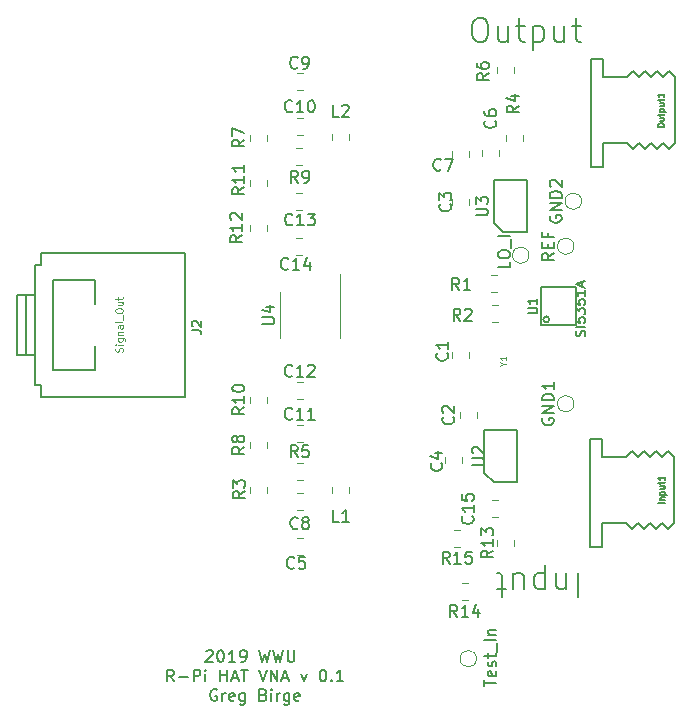
<source format=gbr>
G04 #@! TF.GenerationSoftware,KiCad,Pcbnew,5.1.2-f72e74a~84~ubuntu18.04.1*
G04 #@! TF.CreationDate,2019-05-17T13:13:24-07:00*
G04 #@! TF.ProjectId,RPZ_SC_VNA,52505a5f-5343-45f5-964e-412e6b696361,rev?*
G04 #@! TF.SameCoordinates,Original*
G04 #@! TF.FileFunction,Legend,Top*
G04 #@! TF.FilePolarity,Positive*
%FSLAX46Y46*%
G04 Gerber Fmt 4.6, Leading zero omitted, Abs format (unit mm)*
G04 Created by KiCad (PCBNEW 5.1.2-f72e74a~84~ubuntu18.04.1) date 2019-05-17 13:13:24*
%MOMM*%
%LPD*%
G04 APERTURE LIST*
%ADD10C,0.150000*%
%ADD11C,0.120000*%
%ADD12C,0.100000*%
%ADD13C,0.125000*%
%ADD14C,0.131000*%
G04 APERTURE END LIST*
D10*
X115592742Y-104145819D02*
X115640361Y-104098200D01*
X115735600Y-104050580D01*
X115973695Y-104050580D01*
X116068933Y-104098200D01*
X116116552Y-104145819D01*
X116164171Y-104241057D01*
X116164171Y-104336295D01*
X116116552Y-104479152D01*
X115545123Y-105050580D01*
X116164171Y-105050580D01*
X116783219Y-104050580D02*
X116878457Y-104050580D01*
X116973695Y-104098200D01*
X117021314Y-104145819D01*
X117068933Y-104241057D01*
X117116552Y-104431533D01*
X117116552Y-104669628D01*
X117068933Y-104860104D01*
X117021314Y-104955342D01*
X116973695Y-105002961D01*
X116878457Y-105050580D01*
X116783219Y-105050580D01*
X116687980Y-105002961D01*
X116640361Y-104955342D01*
X116592742Y-104860104D01*
X116545123Y-104669628D01*
X116545123Y-104431533D01*
X116592742Y-104241057D01*
X116640361Y-104145819D01*
X116687980Y-104098200D01*
X116783219Y-104050580D01*
X118068933Y-105050580D02*
X117497504Y-105050580D01*
X117783219Y-105050580D02*
X117783219Y-104050580D01*
X117687980Y-104193438D01*
X117592742Y-104288676D01*
X117497504Y-104336295D01*
X118545123Y-105050580D02*
X118735600Y-105050580D01*
X118830838Y-105002961D01*
X118878457Y-104955342D01*
X118973695Y-104812485D01*
X119021314Y-104622009D01*
X119021314Y-104241057D01*
X118973695Y-104145819D01*
X118926076Y-104098200D01*
X118830838Y-104050580D01*
X118640361Y-104050580D01*
X118545123Y-104098200D01*
X118497504Y-104145819D01*
X118449885Y-104241057D01*
X118449885Y-104479152D01*
X118497504Y-104574390D01*
X118545123Y-104622009D01*
X118640361Y-104669628D01*
X118830838Y-104669628D01*
X118926076Y-104622009D01*
X118973695Y-104574390D01*
X119021314Y-104479152D01*
X120116552Y-104050580D02*
X120354647Y-105050580D01*
X120545123Y-104336295D01*
X120735600Y-105050580D01*
X120973695Y-104050580D01*
X121259409Y-104050580D02*
X121497504Y-105050580D01*
X121687980Y-104336295D01*
X121878457Y-105050580D01*
X122116552Y-104050580D01*
X122497504Y-104050580D02*
X122497504Y-104860104D01*
X122545123Y-104955342D01*
X122592742Y-105002961D01*
X122687980Y-105050580D01*
X122878457Y-105050580D01*
X122973695Y-105002961D01*
X123021314Y-104955342D01*
X123068933Y-104860104D01*
X123068933Y-104050580D01*
X112878457Y-106700580D02*
X112545123Y-106224390D01*
X112307028Y-106700580D02*
X112307028Y-105700580D01*
X112687980Y-105700580D01*
X112783219Y-105748200D01*
X112830838Y-105795819D01*
X112878457Y-105891057D01*
X112878457Y-106033914D01*
X112830838Y-106129152D01*
X112783219Y-106176771D01*
X112687980Y-106224390D01*
X112307028Y-106224390D01*
X113307028Y-106319628D02*
X114068933Y-106319628D01*
X114545123Y-106700580D02*
X114545123Y-105700580D01*
X114926076Y-105700580D01*
X115021314Y-105748200D01*
X115068933Y-105795819D01*
X115116552Y-105891057D01*
X115116552Y-106033914D01*
X115068933Y-106129152D01*
X115021314Y-106176771D01*
X114926076Y-106224390D01*
X114545123Y-106224390D01*
X115545123Y-106700580D02*
X115545123Y-106033914D01*
X115545123Y-105700580D02*
X115497504Y-105748200D01*
X115545123Y-105795819D01*
X115592742Y-105748200D01*
X115545123Y-105700580D01*
X115545123Y-105795819D01*
X116783219Y-106700580D02*
X116783219Y-105700580D01*
X116783219Y-106176771D02*
X117354647Y-106176771D01*
X117354647Y-106700580D02*
X117354647Y-105700580D01*
X117783219Y-106414866D02*
X118259409Y-106414866D01*
X117687980Y-106700580D02*
X118021314Y-105700580D01*
X118354647Y-106700580D01*
X118545123Y-105700580D02*
X119116552Y-105700580D01*
X118830838Y-106700580D02*
X118830838Y-105700580D01*
X120068933Y-105700580D02*
X120402266Y-106700580D01*
X120735600Y-105700580D01*
X121068933Y-106700580D02*
X121068933Y-105700580D01*
X121640361Y-106700580D01*
X121640361Y-105700580D01*
X122068933Y-106414866D02*
X122545123Y-106414866D01*
X121973695Y-106700580D02*
X122307028Y-105700580D01*
X122640361Y-106700580D01*
X123640361Y-106033914D02*
X123878457Y-106700580D01*
X124116552Y-106033914D01*
X125449885Y-105700580D02*
X125545123Y-105700580D01*
X125640361Y-105748200D01*
X125687980Y-105795819D01*
X125735599Y-105891057D01*
X125783219Y-106081533D01*
X125783219Y-106319628D01*
X125735599Y-106510104D01*
X125687980Y-106605342D01*
X125640361Y-106652961D01*
X125545123Y-106700580D01*
X125449885Y-106700580D01*
X125354647Y-106652961D01*
X125307028Y-106605342D01*
X125259409Y-106510104D01*
X125211790Y-106319628D01*
X125211790Y-106081533D01*
X125259409Y-105891057D01*
X125307028Y-105795819D01*
X125354647Y-105748200D01*
X125449885Y-105700580D01*
X126211790Y-106605342D02*
X126259409Y-106652961D01*
X126211790Y-106700580D01*
X126164171Y-106652961D01*
X126211790Y-106605342D01*
X126211790Y-106700580D01*
X127211790Y-106700580D02*
X126640361Y-106700580D01*
X126926076Y-106700580D02*
X126926076Y-105700580D01*
X126830838Y-105843438D01*
X126735599Y-105938676D01*
X126640361Y-105986295D01*
X116497504Y-107398200D02*
X116402266Y-107350580D01*
X116259409Y-107350580D01*
X116116552Y-107398200D01*
X116021314Y-107493438D01*
X115973695Y-107588676D01*
X115926076Y-107779152D01*
X115926076Y-107922009D01*
X115973695Y-108112485D01*
X116021314Y-108207723D01*
X116116552Y-108302961D01*
X116259409Y-108350580D01*
X116354647Y-108350580D01*
X116497504Y-108302961D01*
X116545123Y-108255342D01*
X116545123Y-107922009D01*
X116354647Y-107922009D01*
X116973695Y-108350580D02*
X116973695Y-107683914D01*
X116973695Y-107874390D02*
X117021314Y-107779152D01*
X117068933Y-107731533D01*
X117164171Y-107683914D01*
X117259409Y-107683914D01*
X117973695Y-108302961D02*
X117878457Y-108350580D01*
X117687980Y-108350580D01*
X117592742Y-108302961D01*
X117545123Y-108207723D01*
X117545123Y-107826771D01*
X117592742Y-107731533D01*
X117687980Y-107683914D01*
X117878457Y-107683914D01*
X117973695Y-107731533D01*
X118021314Y-107826771D01*
X118021314Y-107922009D01*
X117545123Y-108017247D01*
X118878457Y-107683914D02*
X118878457Y-108493438D01*
X118830838Y-108588676D01*
X118783219Y-108636295D01*
X118687980Y-108683914D01*
X118545123Y-108683914D01*
X118449885Y-108636295D01*
X118878457Y-108302961D02*
X118783219Y-108350580D01*
X118592742Y-108350580D01*
X118497504Y-108302961D01*
X118449885Y-108255342D01*
X118402266Y-108160104D01*
X118402266Y-107874390D01*
X118449885Y-107779152D01*
X118497504Y-107731533D01*
X118592742Y-107683914D01*
X118783219Y-107683914D01*
X118878457Y-107731533D01*
X120449885Y-107826771D02*
X120592742Y-107874390D01*
X120640361Y-107922009D01*
X120687980Y-108017247D01*
X120687980Y-108160104D01*
X120640361Y-108255342D01*
X120592742Y-108302961D01*
X120497504Y-108350580D01*
X120116552Y-108350580D01*
X120116552Y-107350580D01*
X120449885Y-107350580D01*
X120545123Y-107398200D01*
X120592742Y-107445819D01*
X120640361Y-107541057D01*
X120640361Y-107636295D01*
X120592742Y-107731533D01*
X120545123Y-107779152D01*
X120449885Y-107826771D01*
X120116552Y-107826771D01*
X121116552Y-108350580D02*
X121116552Y-107683914D01*
X121116552Y-107350580D02*
X121068933Y-107398200D01*
X121116552Y-107445819D01*
X121164171Y-107398200D01*
X121116552Y-107350580D01*
X121116552Y-107445819D01*
X121592742Y-108350580D02*
X121592742Y-107683914D01*
X121592742Y-107874390D02*
X121640361Y-107779152D01*
X121687980Y-107731533D01*
X121783219Y-107683914D01*
X121878457Y-107683914D01*
X122640361Y-107683914D02*
X122640361Y-108493438D01*
X122592742Y-108588676D01*
X122545123Y-108636295D01*
X122449885Y-108683914D01*
X122307028Y-108683914D01*
X122211790Y-108636295D01*
X122640361Y-108302961D02*
X122545123Y-108350580D01*
X122354647Y-108350580D01*
X122259409Y-108302961D01*
X122211790Y-108255342D01*
X122164171Y-108160104D01*
X122164171Y-107874390D01*
X122211790Y-107779152D01*
X122259409Y-107731533D01*
X122354647Y-107683914D01*
X122545123Y-107683914D01*
X122640361Y-107731533D01*
X123497504Y-108302961D02*
X123402266Y-108350580D01*
X123211790Y-108350580D01*
X123116552Y-108302961D01*
X123068933Y-108207723D01*
X123068933Y-107826771D01*
X123116552Y-107731533D01*
X123211790Y-107683914D01*
X123402266Y-107683914D01*
X123497504Y-107731533D01*
X123545123Y-107826771D01*
X123545123Y-107922009D01*
X123068933Y-108017247D01*
X138598780Y-50542961D02*
X138979733Y-50542961D01*
X139170209Y-50638200D01*
X139360685Y-50828676D01*
X139455923Y-51209628D01*
X139455923Y-51876295D01*
X139360685Y-52257247D01*
X139170209Y-52447723D01*
X138979733Y-52542961D01*
X138598780Y-52542961D01*
X138408304Y-52447723D01*
X138217828Y-52257247D01*
X138122590Y-51876295D01*
X138122590Y-51209628D01*
X138217828Y-50828676D01*
X138408304Y-50638200D01*
X138598780Y-50542961D01*
X141170209Y-51209628D02*
X141170209Y-52542961D01*
X140313066Y-51209628D02*
X140313066Y-52257247D01*
X140408304Y-52447723D01*
X140598780Y-52542961D01*
X140884495Y-52542961D01*
X141074971Y-52447723D01*
X141170209Y-52352485D01*
X141836876Y-51209628D02*
X142598780Y-51209628D01*
X142122590Y-50542961D02*
X142122590Y-52257247D01*
X142217828Y-52447723D01*
X142408304Y-52542961D01*
X142598780Y-52542961D01*
X143265447Y-51209628D02*
X143265447Y-53209628D01*
X143265447Y-51304866D02*
X143455923Y-51209628D01*
X143836876Y-51209628D01*
X144027352Y-51304866D01*
X144122590Y-51400104D01*
X144217828Y-51590580D01*
X144217828Y-52162009D01*
X144122590Y-52352485D01*
X144027352Y-52447723D01*
X143836876Y-52542961D01*
X143455923Y-52542961D01*
X143265447Y-52447723D01*
X145932114Y-51209628D02*
X145932114Y-52542961D01*
X145074971Y-51209628D02*
X145074971Y-52257247D01*
X145170209Y-52447723D01*
X145360685Y-52542961D01*
X145646400Y-52542961D01*
X145836876Y-52447723D01*
X145932114Y-52352485D01*
X146598780Y-51209628D02*
X147360685Y-51209628D01*
X146884495Y-50542961D02*
X146884495Y-52257247D01*
X146979733Y-52447723D01*
X147170209Y-52542961D01*
X147360685Y-52542961D01*
X147049714Y-97520238D02*
X147049714Y-99520238D01*
X146097333Y-98853571D02*
X146097333Y-97520238D01*
X146097333Y-98663095D02*
X146002095Y-98758333D01*
X145811619Y-98853571D01*
X145525904Y-98853571D01*
X145335428Y-98758333D01*
X145240190Y-98567857D01*
X145240190Y-97520238D01*
X144287809Y-98853571D02*
X144287809Y-96853571D01*
X144287809Y-98758333D02*
X144097333Y-98853571D01*
X143716380Y-98853571D01*
X143525904Y-98758333D01*
X143430666Y-98663095D01*
X143335428Y-98472619D01*
X143335428Y-97901190D01*
X143430666Y-97710714D01*
X143525904Y-97615476D01*
X143716380Y-97520238D01*
X144097333Y-97520238D01*
X144287809Y-97615476D01*
X141621142Y-98853571D02*
X141621142Y-97520238D01*
X142478285Y-98853571D02*
X142478285Y-97805952D01*
X142383047Y-97615476D01*
X142192571Y-97520238D01*
X141906857Y-97520238D01*
X141716380Y-97615476D01*
X141621142Y-97710714D01*
X140954476Y-98853571D02*
X140192571Y-98853571D01*
X140668761Y-99520238D02*
X140668761Y-97805952D01*
X140573523Y-97615476D01*
X140383047Y-97520238D01*
X140192571Y-97520238D01*
X140766240Y-68679420D02*
X139966240Y-67879420D01*
X139966240Y-67879420D02*
X139966240Y-64279420D01*
X139966240Y-64279420D02*
X142766240Y-64279420D01*
X142766240Y-64279420D02*
X142766240Y-68679420D01*
X142766240Y-68679420D02*
X140766240Y-68679420D01*
D11*
X147385000Y-66040000D02*
G75*
G03X147385000Y-66040000I-700000J0D01*
G01*
X146750000Y-83185000D02*
G75*
G03X146750000Y-83185000I-700000J0D01*
G01*
X142940000Y-70612000D02*
G75*
G03X142940000Y-70612000I-700000J0D01*
G01*
X146750000Y-69850000D02*
G75*
G03X146750000Y-69850000I-700000J0D01*
G01*
X138495000Y-104775000D02*
G75*
G03X138495000Y-104775000I-700000J0D01*
G01*
D10*
X106222800Y-78282800D02*
X106222800Y-80314800D01*
X106222800Y-80314800D02*
X102666800Y-80314800D01*
X102666800Y-80314800D02*
X102666800Y-72694800D01*
X102666800Y-72694800D02*
X106222800Y-72694800D01*
X106222800Y-72694800D02*
X106222800Y-74726800D01*
X101650800Y-81584800D02*
X101650800Y-82600800D01*
X101650800Y-70408800D02*
X101650800Y-71424800D01*
X99618800Y-79044800D02*
X101142800Y-79044800D01*
X101142800Y-73964800D02*
X99618800Y-73964800D01*
X100380800Y-79044800D02*
X100380800Y-73964800D01*
X101650800Y-81584800D02*
X101396800Y-81584800D01*
X101396800Y-81584800D02*
X101142800Y-81584800D01*
X101142800Y-81584800D02*
X101142800Y-71424800D01*
X101142800Y-71424800D02*
X101650800Y-71424800D01*
X99618800Y-79044800D02*
X99618800Y-73964800D01*
X113842800Y-82600800D02*
X101650800Y-82600800D01*
X101650800Y-70408800D02*
X113842800Y-70408800D01*
X113842800Y-70408800D02*
X113842800Y-82600800D01*
D11*
X121823800Y-75692000D02*
X121823800Y-77642000D01*
X121823800Y-75692000D02*
X121823800Y-73742000D01*
X126943800Y-75692000D02*
X126943800Y-77642000D01*
X126943800Y-75692000D02*
X126943800Y-72242000D01*
D10*
X139958520Y-89819840D02*
X139158520Y-89019840D01*
X139158520Y-89019840D02*
X139158520Y-85419840D01*
X139158520Y-85419840D02*
X141958520Y-85419840D01*
X141958520Y-85419840D02*
X141958520Y-89819840D01*
X141958520Y-89819840D02*
X139958520Y-89819840D01*
X146915000Y-73330000D02*
X143915000Y-73330000D01*
X143915000Y-73330000D02*
X143915000Y-76530000D01*
X143915000Y-76530000D02*
X146915000Y-76530000D01*
X146915000Y-76530000D02*
X146915000Y-73330000D01*
X144653000Y-76046000D02*
G75*
G03X144653000Y-76046000I-254000J0D01*
G01*
D11*
X137116078Y-95325000D02*
X136598922Y-95325000D01*
X137116078Y-93905000D02*
X136598922Y-93905000D01*
X137233922Y-98350000D02*
X137751078Y-98350000D01*
X137233922Y-99770000D02*
X137751078Y-99770000D01*
X141680000Y-94688922D02*
X141680000Y-95206078D01*
X140260000Y-94688922D02*
X140260000Y-95206078D01*
X120725000Y-68018922D02*
X120725000Y-68536078D01*
X119305000Y-68018922D02*
X119305000Y-68536078D01*
X120725000Y-64208922D02*
X120725000Y-64726078D01*
X119305000Y-64208922D02*
X119305000Y-64726078D01*
X119305000Y-83111078D02*
X119305000Y-82593922D01*
X120725000Y-83111078D02*
X120725000Y-82593922D01*
X123233922Y-61520000D02*
X123751078Y-61520000D01*
X123233922Y-62940000D02*
X123751078Y-62940000D01*
X119305000Y-86921078D02*
X119305000Y-86403922D01*
X120725000Y-86921078D02*
X120725000Y-86403922D01*
X119305000Y-60916078D02*
X119305000Y-60398922D01*
X120725000Y-60916078D02*
X120725000Y-60398922D01*
X140260000Y-55201078D02*
X140260000Y-54683922D01*
X141680000Y-55201078D02*
X141680000Y-54683922D01*
X123263922Y-88190000D02*
X123781078Y-88190000D01*
X123263922Y-89610000D02*
X123781078Y-89610000D01*
X142391200Y-60398922D02*
X142391200Y-60916078D01*
X140971200Y-60398922D02*
X140971200Y-60916078D01*
X120725000Y-90213922D02*
X120725000Y-90731078D01*
X119305000Y-90213922D02*
X119305000Y-90731078D01*
X140291078Y-76275000D02*
X139773922Y-76275000D01*
X140291078Y-74855000D02*
X139773922Y-74855000D01*
X140261078Y-73735000D02*
X139743922Y-73735000D01*
X140261078Y-72315000D02*
X139743922Y-72315000D01*
D10*
X155294000Y-55515500D02*
X155294000Y-61103500D01*
X155294000Y-61103500D02*
X154786000Y-61611500D01*
X154786000Y-61611500D02*
X154278000Y-61103500D01*
X154278000Y-61103500D02*
X153770000Y-61611500D01*
X153770000Y-61611500D02*
X153262000Y-61103500D01*
X153262000Y-61103500D02*
X152754000Y-61611500D01*
X152754000Y-61611500D02*
X152246000Y-61103500D01*
X152246000Y-61103500D02*
X151738000Y-61611500D01*
X151738000Y-55007500D02*
X152246000Y-55515500D01*
X152246000Y-55515500D02*
X152754000Y-55007500D01*
X152754000Y-55007500D02*
X153262000Y-55515500D01*
X153262000Y-55515500D02*
X153770000Y-55007500D01*
X153770000Y-55007500D02*
X154278000Y-55515500D01*
X154278000Y-55515500D02*
X154786000Y-55007500D01*
X154786000Y-55007500D02*
X155294000Y-55515500D01*
X151738000Y-61611500D02*
X151230000Y-61103500D01*
X151230000Y-61103500D02*
X149198000Y-61103500D01*
X149198000Y-61103500D02*
X149198000Y-63135500D01*
X149198000Y-63135500D02*
X148182000Y-63135500D01*
X148182000Y-63135500D02*
X148182000Y-53991500D01*
X148182000Y-53991500D02*
X149198000Y-53991500D01*
X149198000Y-53991500D02*
X149198000Y-55515500D01*
X149198000Y-55515500D02*
X151230000Y-55515500D01*
X151230000Y-55515500D02*
X151738000Y-55007500D01*
X151130000Y-87683340D02*
X151638000Y-87175340D01*
X149098000Y-87683340D02*
X151130000Y-87683340D01*
X149098000Y-86159340D02*
X149098000Y-87683340D01*
X148082000Y-86159340D02*
X149098000Y-86159340D01*
X148082000Y-95303340D02*
X148082000Y-86159340D01*
X149098000Y-95303340D02*
X148082000Y-95303340D01*
X149098000Y-93271340D02*
X149098000Y-95303340D01*
X151130000Y-93271340D02*
X149098000Y-93271340D01*
X151638000Y-93779340D02*
X151130000Y-93271340D01*
X154686000Y-87175340D02*
X155194000Y-87683340D01*
X154178000Y-87683340D02*
X154686000Y-87175340D01*
X153670000Y-87175340D02*
X154178000Y-87683340D01*
X153162000Y-87683340D02*
X153670000Y-87175340D01*
X152654000Y-87175340D02*
X153162000Y-87683340D01*
X152146000Y-87683340D02*
X152654000Y-87175340D01*
X151638000Y-87175340D02*
X152146000Y-87683340D01*
X152146000Y-93271340D02*
X151638000Y-93779340D01*
X152654000Y-93779340D02*
X152146000Y-93271340D01*
X153162000Y-93271340D02*
X152654000Y-93779340D01*
X153670000Y-93779340D02*
X153162000Y-93271340D01*
X154178000Y-93271340D02*
X153670000Y-93779340D01*
X154686000Y-93779340D02*
X154178000Y-93271340D01*
X155194000Y-93271340D02*
X154686000Y-93779340D01*
X155194000Y-87683340D02*
X155194000Y-93271340D01*
D11*
X126290000Y-60886078D02*
X126290000Y-60368922D01*
X127710000Y-60886078D02*
X127710000Y-60368922D01*
X127710000Y-90243922D02*
X127710000Y-90761078D01*
X126290000Y-90243922D02*
X126290000Y-90761078D01*
X139773922Y-91365000D02*
X140291078Y-91365000D01*
X139773922Y-92785000D02*
X140291078Y-92785000D01*
X123233922Y-69140000D02*
X123751078Y-69140000D01*
X123233922Y-70560000D02*
X123751078Y-70560000D01*
X123233922Y-65330000D02*
X123751078Y-65330000D01*
X123233922Y-66750000D02*
X123751078Y-66750000D01*
X123263922Y-81382800D02*
X123781078Y-81382800D01*
X123263922Y-82802800D02*
X123781078Y-82802800D01*
X123263922Y-85015000D02*
X123781078Y-85015000D01*
X123263922Y-86435000D02*
X123781078Y-86435000D01*
X123263922Y-58980000D02*
X123781078Y-58980000D01*
X123263922Y-60400000D02*
X123781078Y-60400000D01*
X123263922Y-55170000D02*
X123781078Y-55170000D01*
X123263922Y-56590000D02*
X123781078Y-56590000D01*
X123263922Y-90730000D02*
X123781078Y-90730000D01*
X123263922Y-92150000D02*
X123781078Y-92150000D01*
X137870000Y-61795922D02*
X137870000Y-62313078D01*
X136450000Y-61795922D02*
X136450000Y-62313078D01*
X140410000Y-61668922D02*
X140410000Y-62186078D01*
X138990000Y-61668922D02*
X138990000Y-62186078D01*
X123263922Y-94540000D02*
X123781078Y-94540000D01*
X123263922Y-95960000D02*
X123781078Y-95960000D01*
X137235000Y-87703922D02*
X137235000Y-88221078D01*
X135815000Y-87703922D02*
X135815000Y-88221078D01*
X137870000Y-65859922D02*
X137870000Y-66377078D01*
X136450000Y-65859922D02*
X136450000Y-66377078D01*
X138505000Y-83893922D02*
X138505000Y-84411078D01*
X137085000Y-83893922D02*
X137085000Y-84411078D01*
X137870000Y-79331078D02*
X137870000Y-78813922D01*
X136450000Y-79331078D02*
X136450000Y-78813922D01*
D10*
X138469120Y-67241324D02*
X139278644Y-67241324D01*
X139373882Y-67193705D01*
X139421501Y-67146086D01*
X139469120Y-67050848D01*
X139469120Y-66860372D01*
X139421501Y-66765134D01*
X139373882Y-66717515D01*
X139278644Y-66669896D01*
X138469120Y-66669896D01*
X138469120Y-66288943D02*
X138469120Y-65669896D01*
X138850073Y-66003229D01*
X138850073Y-65860372D01*
X138897692Y-65765134D01*
X138945311Y-65717515D01*
X139040549Y-65669896D01*
X139278644Y-65669896D01*
X139373882Y-65717515D01*
X139421501Y-65765134D01*
X139469120Y-65860372D01*
X139469120Y-66146086D01*
X139421501Y-66241324D01*
X139373882Y-66288943D01*
X144737000Y-67278095D02*
X144689380Y-67373333D01*
X144689380Y-67516190D01*
X144737000Y-67659047D01*
X144832238Y-67754285D01*
X144927476Y-67801904D01*
X145117952Y-67849523D01*
X145260809Y-67849523D01*
X145451285Y-67801904D01*
X145546523Y-67754285D01*
X145641761Y-67659047D01*
X145689380Y-67516190D01*
X145689380Y-67420952D01*
X145641761Y-67278095D01*
X145594142Y-67230476D01*
X145260809Y-67230476D01*
X145260809Y-67420952D01*
X145689380Y-66801904D02*
X144689380Y-66801904D01*
X145689380Y-66230476D01*
X144689380Y-66230476D01*
X145689380Y-65754285D02*
X144689380Y-65754285D01*
X144689380Y-65516190D01*
X144737000Y-65373333D01*
X144832238Y-65278095D01*
X144927476Y-65230476D01*
X145117952Y-65182857D01*
X145260809Y-65182857D01*
X145451285Y-65230476D01*
X145546523Y-65278095D01*
X145641761Y-65373333D01*
X145689380Y-65516190D01*
X145689380Y-65754285D01*
X144784619Y-64801904D02*
X144737000Y-64754285D01*
X144689380Y-64659047D01*
X144689380Y-64420952D01*
X144737000Y-64325714D01*
X144784619Y-64278095D01*
X144879857Y-64230476D01*
X144975095Y-64230476D01*
X145117952Y-64278095D01*
X145689380Y-64849523D01*
X145689380Y-64230476D01*
X144102000Y-84423095D02*
X144054380Y-84518333D01*
X144054380Y-84661190D01*
X144102000Y-84804047D01*
X144197238Y-84899285D01*
X144292476Y-84946904D01*
X144482952Y-84994523D01*
X144625809Y-84994523D01*
X144816285Y-84946904D01*
X144911523Y-84899285D01*
X145006761Y-84804047D01*
X145054380Y-84661190D01*
X145054380Y-84565952D01*
X145006761Y-84423095D01*
X144959142Y-84375476D01*
X144625809Y-84375476D01*
X144625809Y-84565952D01*
X145054380Y-83946904D02*
X144054380Y-83946904D01*
X145054380Y-83375476D01*
X144054380Y-83375476D01*
X145054380Y-82899285D02*
X144054380Y-82899285D01*
X144054380Y-82661190D01*
X144102000Y-82518333D01*
X144197238Y-82423095D01*
X144292476Y-82375476D01*
X144482952Y-82327857D01*
X144625809Y-82327857D01*
X144816285Y-82375476D01*
X144911523Y-82423095D01*
X145006761Y-82518333D01*
X145054380Y-82661190D01*
X145054380Y-82899285D01*
X145054380Y-81375476D02*
X145054380Y-81946904D01*
X145054380Y-81661190D02*
X144054380Y-81661190D01*
X144197238Y-81756428D01*
X144292476Y-81851666D01*
X144340095Y-81946904D01*
X141330940Y-71163393D02*
X141330940Y-71639583D01*
X140330940Y-71639583D01*
X140330940Y-70639583D02*
X140330940Y-70449107D01*
X140378560Y-70353869D01*
X140473798Y-70258631D01*
X140664274Y-70211012D01*
X140997607Y-70211012D01*
X141188083Y-70258631D01*
X141283321Y-70353869D01*
X141330940Y-70449107D01*
X141330940Y-70639583D01*
X141283321Y-70734821D01*
X141188083Y-70830060D01*
X140997607Y-70877679D01*
X140664274Y-70877679D01*
X140473798Y-70830060D01*
X140378560Y-70734821D01*
X140330940Y-70639583D01*
X141426179Y-70020536D02*
X141426179Y-69258631D01*
X141330940Y-69020536D02*
X140330940Y-69020536D01*
X145054380Y-70421428D02*
X144578190Y-70754761D01*
X145054380Y-70992857D02*
X144054380Y-70992857D01*
X144054380Y-70611904D01*
X144102000Y-70516666D01*
X144149619Y-70469047D01*
X144244857Y-70421428D01*
X144387714Y-70421428D01*
X144482952Y-70469047D01*
X144530571Y-70516666D01*
X144578190Y-70611904D01*
X144578190Y-70992857D01*
X144530571Y-69992857D02*
X144530571Y-69659523D01*
X145054380Y-69516666D02*
X145054380Y-69992857D01*
X144054380Y-69992857D01*
X144054380Y-69516666D01*
X144530571Y-68754761D02*
X144530571Y-69088095D01*
X145054380Y-69088095D02*
X144054380Y-69088095D01*
X144054380Y-68611904D01*
X139152380Y-107124190D02*
X139152380Y-106552761D01*
X140152380Y-106838476D02*
X139152380Y-106838476D01*
X140104761Y-105838476D02*
X140152380Y-105933714D01*
X140152380Y-106124190D01*
X140104761Y-106219428D01*
X140009523Y-106267047D01*
X139628571Y-106267047D01*
X139533333Y-106219428D01*
X139485714Y-106124190D01*
X139485714Y-105933714D01*
X139533333Y-105838476D01*
X139628571Y-105790857D01*
X139723809Y-105790857D01*
X139819047Y-106267047D01*
X140104761Y-105409904D02*
X140152380Y-105314666D01*
X140152380Y-105124190D01*
X140104761Y-105028952D01*
X140009523Y-104981333D01*
X139961904Y-104981333D01*
X139866666Y-105028952D01*
X139819047Y-105124190D01*
X139819047Y-105267047D01*
X139771428Y-105362285D01*
X139676190Y-105409904D01*
X139628571Y-105409904D01*
X139533333Y-105362285D01*
X139485714Y-105267047D01*
X139485714Y-105124190D01*
X139533333Y-105028952D01*
X139485714Y-104695619D02*
X139485714Y-104314666D01*
X139152380Y-104552761D02*
X140009523Y-104552761D01*
X140104761Y-104505142D01*
X140152380Y-104409904D01*
X140152380Y-104314666D01*
X140247619Y-104219428D02*
X140247619Y-103457523D01*
X140152380Y-103219428D02*
X139152380Y-103219428D01*
X139485714Y-102743238D02*
X140152380Y-102743238D01*
X139580952Y-102743238D02*
X139533333Y-102695619D01*
X139485714Y-102600380D01*
X139485714Y-102457523D01*
X139533333Y-102362285D01*
X139628571Y-102314666D01*
X140152380Y-102314666D01*
X114369904Y-76974666D02*
X114941333Y-76974666D01*
X115055619Y-77012761D01*
X115131809Y-77088952D01*
X115169904Y-77203238D01*
X115169904Y-77279428D01*
X114446095Y-76631809D02*
X114408000Y-76593714D01*
X114369904Y-76517523D01*
X114369904Y-76327047D01*
X114408000Y-76250857D01*
X114446095Y-76212761D01*
X114522285Y-76174666D01*
X114598476Y-76174666D01*
X114712761Y-76212761D01*
X115169904Y-76669904D01*
X115169904Y-76174666D01*
D12*
X108497657Y-78776228D02*
X108526228Y-78690514D01*
X108526228Y-78547657D01*
X108497657Y-78490514D01*
X108469085Y-78461942D01*
X108411942Y-78433371D01*
X108354800Y-78433371D01*
X108297657Y-78461942D01*
X108269085Y-78490514D01*
X108240514Y-78547657D01*
X108211942Y-78661942D01*
X108183371Y-78719085D01*
X108154800Y-78747657D01*
X108097657Y-78776228D01*
X108040514Y-78776228D01*
X107983371Y-78747657D01*
X107954800Y-78719085D01*
X107926228Y-78661942D01*
X107926228Y-78519085D01*
X107954800Y-78433371D01*
X108526228Y-78176228D02*
X108126228Y-78176228D01*
X107926228Y-78176228D02*
X107954800Y-78204800D01*
X107983371Y-78176228D01*
X107954800Y-78147657D01*
X107926228Y-78176228D01*
X107983371Y-78176228D01*
X108126228Y-77633371D02*
X108611942Y-77633371D01*
X108669085Y-77661942D01*
X108697657Y-77690514D01*
X108726228Y-77747657D01*
X108726228Y-77833371D01*
X108697657Y-77890514D01*
X108497657Y-77633371D02*
X108526228Y-77690514D01*
X108526228Y-77804800D01*
X108497657Y-77861942D01*
X108469085Y-77890514D01*
X108411942Y-77919085D01*
X108240514Y-77919085D01*
X108183371Y-77890514D01*
X108154800Y-77861942D01*
X108126228Y-77804800D01*
X108126228Y-77690514D01*
X108154800Y-77633371D01*
X108126228Y-77347657D02*
X108526228Y-77347657D01*
X108183371Y-77347657D02*
X108154800Y-77319085D01*
X108126228Y-77261942D01*
X108126228Y-77176228D01*
X108154800Y-77119085D01*
X108211942Y-77090514D01*
X108526228Y-77090514D01*
X108526228Y-76547657D02*
X108211942Y-76547657D01*
X108154800Y-76576228D01*
X108126228Y-76633371D01*
X108126228Y-76747657D01*
X108154800Y-76804800D01*
X108497657Y-76547657D02*
X108526228Y-76604800D01*
X108526228Y-76747657D01*
X108497657Y-76804800D01*
X108440514Y-76833371D01*
X108383371Y-76833371D01*
X108326228Y-76804800D01*
X108297657Y-76747657D01*
X108297657Y-76604800D01*
X108269085Y-76547657D01*
X108526228Y-76176228D02*
X108497657Y-76233371D01*
X108440514Y-76261942D01*
X107926228Y-76261942D01*
X108583371Y-76090514D02*
X108583371Y-75633371D01*
X107926228Y-75376228D02*
X107926228Y-75261942D01*
X107954800Y-75204800D01*
X108011942Y-75147657D01*
X108126228Y-75119085D01*
X108326228Y-75119085D01*
X108440514Y-75147657D01*
X108497657Y-75204800D01*
X108526228Y-75261942D01*
X108526228Y-75376228D01*
X108497657Y-75433371D01*
X108440514Y-75490514D01*
X108326228Y-75519085D01*
X108126228Y-75519085D01*
X108011942Y-75490514D01*
X107954800Y-75433371D01*
X107926228Y-75376228D01*
X108126228Y-74604800D02*
X108526228Y-74604800D01*
X108126228Y-74861942D02*
X108440514Y-74861942D01*
X108497657Y-74833371D01*
X108526228Y-74776228D01*
X108526228Y-74690514D01*
X108497657Y-74633371D01*
X108469085Y-74604800D01*
X108126228Y-74404800D02*
X108126228Y-74176228D01*
X107926228Y-74319085D02*
X108440514Y-74319085D01*
X108497657Y-74290514D01*
X108526228Y-74233371D01*
X108526228Y-74176228D01*
D13*
X140743095Y-79783095D02*
X140981190Y-79783095D01*
X140481190Y-79949761D02*
X140743095Y-79783095D01*
X140481190Y-79616428D01*
X140981190Y-79187857D02*
X140981190Y-79473571D01*
X140981190Y-79330714D02*
X140481190Y-79330714D01*
X140552619Y-79378333D01*
X140600238Y-79425952D01*
X140624047Y-79473571D01*
D10*
X120356380Y-76453904D02*
X121165904Y-76453904D01*
X121261142Y-76406285D01*
X121308761Y-76358666D01*
X121356380Y-76263428D01*
X121356380Y-76072952D01*
X121308761Y-75977714D01*
X121261142Y-75930095D01*
X121165904Y-75882476D01*
X120356380Y-75882476D01*
X120689714Y-74977714D02*
X121356380Y-74977714D01*
X120308761Y-75215809D02*
X121023047Y-75453904D01*
X121023047Y-74834857D01*
X138136380Y-88381744D02*
X138945904Y-88381744D01*
X139041142Y-88334125D01*
X139088761Y-88286506D01*
X139136380Y-88191268D01*
X139136380Y-88000792D01*
X139088761Y-87905554D01*
X139041142Y-87857935D01*
X138945904Y-87810316D01*
X138136380Y-87810316D01*
X138231619Y-87381744D02*
X138184000Y-87334125D01*
X138136380Y-87238887D01*
X138136380Y-87000792D01*
X138184000Y-86905554D01*
X138231619Y-86857935D01*
X138326857Y-86810316D01*
X138422095Y-86810316D01*
X138564952Y-86857935D01*
X139136380Y-87429363D01*
X139136380Y-86810316D01*
X142817904Y-75539523D02*
X143465523Y-75539523D01*
X143541714Y-75501428D01*
X143579809Y-75463333D01*
X143617904Y-75387142D01*
X143617904Y-75234761D01*
X143579809Y-75158571D01*
X143541714Y-75120476D01*
X143465523Y-75082380D01*
X142817904Y-75082380D01*
X143617904Y-74282380D02*
X143617904Y-74739523D01*
X143617904Y-74510952D02*
X142817904Y-74510952D01*
X142932190Y-74587142D01*
X143008380Y-74663333D01*
X143046476Y-74739523D01*
X147643809Y-77469714D02*
X147681904Y-77355428D01*
X147681904Y-77164952D01*
X147643809Y-77088761D01*
X147605714Y-77050666D01*
X147529523Y-77012571D01*
X147453333Y-77012571D01*
X147377142Y-77050666D01*
X147339047Y-77088761D01*
X147300952Y-77164952D01*
X147262857Y-77317333D01*
X147224761Y-77393523D01*
X147186666Y-77431619D01*
X147110476Y-77469714D01*
X147034285Y-77469714D01*
X146958095Y-77431619D01*
X146920000Y-77393523D01*
X146881904Y-77317333D01*
X146881904Y-77126857D01*
X146920000Y-77012571D01*
X147681904Y-76669714D02*
X146881904Y-76669714D01*
X146881904Y-75907809D02*
X146881904Y-76288761D01*
X147262857Y-76326857D01*
X147224761Y-76288761D01*
X147186666Y-76212571D01*
X147186666Y-76022095D01*
X147224761Y-75945904D01*
X147262857Y-75907809D01*
X147339047Y-75869714D01*
X147529523Y-75869714D01*
X147605714Y-75907809D01*
X147643809Y-75945904D01*
X147681904Y-76022095D01*
X147681904Y-76212571D01*
X147643809Y-76288761D01*
X147605714Y-76326857D01*
X146881904Y-75603047D02*
X146881904Y-75107809D01*
X147186666Y-75374476D01*
X147186666Y-75260190D01*
X147224761Y-75184000D01*
X147262857Y-75145904D01*
X147339047Y-75107809D01*
X147529523Y-75107809D01*
X147605714Y-75145904D01*
X147643809Y-75184000D01*
X147681904Y-75260190D01*
X147681904Y-75488761D01*
X147643809Y-75564952D01*
X147605714Y-75603047D01*
X146881904Y-74384000D02*
X146881904Y-74764952D01*
X147262857Y-74803047D01*
X147224761Y-74764952D01*
X147186666Y-74688761D01*
X147186666Y-74498285D01*
X147224761Y-74422095D01*
X147262857Y-74384000D01*
X147339047Y-74345904D01*
X147529523Y-74345904D01*
X147605714Y-74384000D01*
X147643809Y-74422095D01*
X147681904Y-74498285D01*
X147681904Y-74688761D01*
X147643809Y-74764952D01*
X147605714Y-74803047D01*
X147681904Y-73584000D02*
X147681904Y-74041142D01*
X147681904Y-73812571D02*
X146881904Y-73812571D01*
X146996190Y-73888761D01*
X147072380Y-73964952D01*
X147110476Y-74041142D01*
X147453333Y-73279238D02*
X147453333Y-72898285D01*
X147681904Y-73355428D02*
X146881904Y-73088761D01*
X147681904Y-72822095D01*
X136214642Y-96717380D02*
X135881309Y-96241190D01*
X135643214Y-96717380D02*
X135643214Y-95717380D01*
X136024166Y-95717380D01*
X136119404Y-95765000D01*
X136167023Y-95812619D01*
X136214642Y-95907857D01*
X136214642Y-96050714D01*
X136167023Y-96145952D01*
X136119404Y-96193571D01*
X136024166Y-96241190D01*
X135643214Y-96241190D01*
X137167023Y-96717380D02*
X136595595Y-96717380D01*
X136881309Y-96717380D02*
X136881309Y-95717380D01*
X136786071Y-95860238D01*
X136690833Y-95955476D01*
X136595595Y-96003095D01*
X138071785Y-95717380D02*
X137595595Y-95717380D01*
X137547976Y-96193571D01*
X137595595Y-96145952D01*
X137690833Y-96098333D01*
X137928928Y-96098333D01*
X138024166Y-96145952D01*
X138071785Y-96193571D01*
X138119404Y-96288809D01*
X138119404Y-96526904D01*
X138071785Y-96622142D01*
X138024166Y-96669761D01*
X137928928Y-96717380D01*
X137690833Y-96717380D01*
X137595595Y-96669761D01*
X137547976Y-96622142D01*
X136849642Y-101226880D02*
X136516309Y-100750690D01*
X136278214Y-101226880D02*
X136278214Y-100226880D01*
X136659166Y-100226880D01*
X136754404Y-100274500D01*
X136802023Y-100322119D01*
X136849642Y-100417357D01*
X136849642Y-100560214D01*
X136802023Y-100655452D01*
X136754404Y-100703071D01*
X136659166Y-100750690D01*
X136278214Y-100750690D01*
X137802023Y-101226880D02*
X137230595Y-101226880D01*
X137516309Y-101226880D02*
X137516309Y-100226880D01*
X137421071Y-100369738D01*
X137325833Y-100464976D01*
X137230595Y-100512595D01*
X138659166Y-100560214D02*
X138659166Y-101226880D01*
X138421071Y-100179261D02*
X138182976Y-100893547D01*
X138802023Y-100893547D01*
X139898380Y-95613457D02*
X139422190Y-95946790D01*
X139898380Y-96184885D02*
X138898380Y-96184885D01*
X138898380Y-95803933D01*
X138946000Y-95708695D01*
X138993619Y-95661076D01*
X139088857Y-95613457D01*
X139231714Y-95613457D01*
X139326952Y-95661076D01*
X139374571Y-95708695D01*
X139422190Y-95803933D01*
X139422190Y-96184885D01*
X139898380Y-94661076D02*
X139898380Y-95232504D01*
X139898380Y-94946790D02*
X138898380Y-94946790D01*
X139041238Y-95042028D01*
X139136476Y-95137266D01*
X139184095Y-95232504D01*
X138898380Y-94327742D02*
X138898380Y-93708695D01*
X139279333Y-94042028D01*
X139279333Y-93899171D01*
X139326952Y-93803933D01*
X139374571Y-93756314D01*
X139469809Y-93708695D01*
X139707904Y-93708695D01*
X139803142Y-93756314D01*
X139850761Y-93803933D01*
X139898380Y-93899171D01*
X139898380Y-94184885D01*
X139850761Y-94280123D01*
X139803142Y-94327742D01*
X118625880Y-68935357D02*
X118149690Y-69268690D01*
X118625880Y-69506785D02*
X117625880Y-69506785D01*
X117625880Y-69125833D01*
X117673500Y-69030595D01*
X117721119Y-68982976D01*
X117816357Y-68935357D01*
X117959214Y-68935357D01*
X118054452Y-68982976D01*
X118102071Y-69030595D01*
X118149690Y-69125833D01*
X118149690Y-69506785D01*
X118625880Y-67982976D02*
X118625880Y-68554404D01*
X118625880Y-68268690D02*
X117625880Y-68268690D01*
X117768738Y-68363928D01*
X117863976Y-68459166D01*
X117911595Y-68554404D01*
X117721119Y-67602023D02*
X117673500Y-67554404D01*
X117625880Y-67459166D01*
X117625880Y-67221071D01*
X117673500Y-67125833D01*
X117721119Y-67078214D01*
X117816357Y-67030595D01*
X117911595Y-67030595D01*
X118054452Y-67078214D01*
X118625880Y-67649642D01*
X118625880Y-67030595D01*
X118816380Y-64871357D02*
X118340190Y-65204690D01*
X118816380Y-65442785D02*
X117816380Y-65442785D01*
X117816380Y-65061833D01*
X117864000Y-64966595D01*
X117911619Y-64918976D01*
X118006857Y-64871357D01*
X118149714Y-64871357D01*
X118244952Y-64918976D01*
X118292571Y-64966595D01*
X118340190Y-65061833D01*
X118340190Y-65442785D01*
X118816380Y-63918976D02*
X118816380Y-64490404D01*
X118816380Y-64204690D02*
X117816380Y-64204690D01*
X117959238Y-64299928D01*
X118054476Y-64395166D01*
X118102095Y-64490404D01*
X118816380Y-62966595D02*
X118816380Y-63538023D01*
X118816380Y-63252309D02*
X117816380Y-63252309D01*
X117959238Y-63347547D01*
X118054476Y-63442785D01*
X118102095Y-63538023D01*
X118817380Y-83495357D02*
X118341190Y-83828690D01*
X118817380Y-84066785D02*
X117817380Y-84066785D01*
X117817380Y-83685833D01*
X117865000Y-83590595D01*
X117912619Y-83542976D01*
X118007857Y-83495357D01*
X118150714Y-83495357D01*
X118245952Y-83542976D01*
X118293571Y-83590595D01*
X118341190Y-83685833D01*
X118341190Y-84066785D01*
X118817380Y-82542976D02*
X118817380Y-83114404D01*
X118817380Y-82828690D02*
X117817380Y-82828690D01*
X117960238Y-82923928D01*
X118055476Y-83019166D01*
X118103095Y-83114404D01*
X117817380Y-81923928D02*
X117817380Y-81828690D01*
X117865000Y-81733452D01*
X117912619Y-81685833D01*
X118007857Y-81638214D01*
X118198333Y-81590595D01*
X118436428Y-81590595D01*
X118626904Y-81638214D01*
X118722142Y-81685833D01*
X118769761Y-81733452D01*
X118817380Y-81828690D01*
X118817380Y-81923928D01*
X118769761Y-82019166D01*
X118722142Y-82066785D01*
X118626904Y-82114404D01*
X118436428Y-82162023D01*
X118198333Y-82162023D01*
X118007857Y-82114404D01*
X117912619Y-82066785D01*
X117865000Y-82019166D01*
X117817380Y-81923928D01*
X123374333Y-64460380D02*
X123041000Y-63984190D01*
X122802904Y-64460380D02*
X122802904Y-63460380D01*
X123183857Y-63460380D01*
X123279095Y-63508000D01*
X123326714Y-63555619D01*
X123374333Y-63650857D01*
X123374333Y-63793714D01*
X123326714Y-63888952D01*
X123279095Y-63936571D01*
X123183857Y-63984190D01*
X122802904Y-63984190D01*
X123850523Y-64460380D02*
X124041000Y-64460380D01*
X124136238Y-64412761D01*
X124183857Y-64365142D01*
X124279095Y-64222285D01*
X124326714Y-64031809D01*
X124326714Y-63650857D01*
X124279095Y-63555619D01*
X124231476Y-63508000D01*
X124136238Y-63460380D01*
X123945761Y-63460380D01*
X123850523Y-63508000D01*
X123802904Y-63555619D01*
X123755285Y-63650857D01*
X123755285Y-63888952D01*
X123802904Y-63984190D01*
X123850523Y-64031809D01*
X123945761Y-64079428D01*
X124136238Y-64079428D01*
X124231476Y-64031809D01*
X124279095Y-63984190D01*
X124326714Y-63888952D01*
X118817380Y-86829166D02*
X118341190Y-87162500D01*
X118817380Y-87400595D02*
X117817380Y-87400595D01*
X117817380Y-87019642D01*
X117865000Y-86924404D01*
X117912619Y-86876785D01*
X118007857Y-86829166D01*
X118150714Y-86829166D01*
X118245952Y-86876785D01*
X118293571Y-86924404D01*
X118341190Y-87019642D01*
X118341190Y-87400595D01*
X118245952Y-86257738D02*
X118198333Y-86352976D01*
X118150714Y-86400595D01*
X118055476Y-86448214D01*
X118007857Y-86448214D01*
X117912619Y-86400595D01*
X117865000Y-86352976D01*
X117817380Y-86257738D01*
X117817380Y-86067261D01*
X117865000Y-85972023D01*
X117912619Y-85924404D01*
X118007857Y-85876785D01*
X118055476Y-85876785D01*
X118150714Y-85924404D01*
X118198333Y-85972023D01*
X118245952Y-86067261D01*
X118245952Y-86257738D01*
X118293571Y-86352976D01*
X118341190Y-86400595D01*
X118436428Y-86448214D01*
X118626904Y-86448214D01*
X118722142Y-86400595D01*
X118769761Y-86352976D01*
X118817380Y-86257738D01*
X118817380Y-86067261D01*
X118769761Y-85972023D01*
X118722142Y-85924404D01*
X118626904Y-85876785D01*
X118436428Y-85876785D01*
X118341190Y-85924404D01*
X118293571Y-85972023D01*
X118245952Y-86067261D01*
X118817380Y-60824166D02*
X118341190Y-61157500D01*
X118817380Y-61395595D02*
X117817380Y-61395595D01*
X117817380Y-61014642D01*
X117865000Y-60919404D01*
X117912619Y-60871785D01*
X118007857Y-60824166D01*
X118150714Y-60824166D01*
X118245952Y-60871785D01*
X118293571Y-60919404D01*
X118341190Y-61014642D01*
X118341190Y-61395595D01*
X117817380Y-60490833D02*
X117817380Y-59824166D01*
X118817380Y-60252738D01*
X139517380Y-55213066D02*
X139041190Y-55546400D01*
X139517380Y-55784495D02*
X138517380Y-55784495D01*
X138517380Y-55403542D01*
X138565000Y-55308304D01*
X138612619Y-55260685D01*
X138707857Y-55213066D01*
X138850714Y-55213066D01*
X138945952Y-55260685D01*
X138993571Y-55308304D01*
X139041190Y-55403542D01*
X139041190Y-55784495D01*
X138517380Y-54355923D02*
X138517380Y-54546400D01*
X138565000Y-54641638D01*
X138612619Y-54689257D01*
X138755476Y-54784495D01*
X138945952Y-54832114D01*
X139326904Y-54832114D01*
X139422142Y-54784495D01*
X139469761Y-54736876D01*
X139517380Y-54641638D01*
X139517380Y-54451161D01*
X139469761Y-54355923D01*
X139422142Y-54308304D01*
X139326904Y-54260685D01*
X139088809Y-54260685D01*
X138993571Y-54308304D01*
X138945952Y-54355923D01*
X138898333Y-54451161D01*
X138898333Y-54641638D01*
X138945952Y-54736876D01*
X138993571Y-54784495D01*
X139088809Y-54832114D01*
X123355833Y-87702380D02*
X123022500Y-87226190D01*
X122784404Y-87702380D02*
X122784404Y-86702380D01*
X123165357Y-86702380D01*
X123260595Y-86750000D01*
X123308214Y-86797619D01*
X123355833Y-86892857D01*
X123355833Y-87035714D01*
X123308214Y-87130952D01*
X123260595Y-87178571D01*
X123165357Y-87226190D01*
X122784404Y-87226190D01*
X124260595Y-86702380D02*
X123784404Y-86702380D01*
X123736785Y-87178571D01*
X123784404Y-87130952D01*
X123879642Y-87083333D01*
X124117738Y-87083333D01*
X124212976Y-87130952D01*
X124260595Y-87178571D01*
X124308214Y-87273809D01*
X124308214Y-87511904D01*
X124260595Y-87607142D01*
X124212976Y-87654761D01*
X124117738Y-87702380D01*
X123879642Y-87702380D01*
X123784404Y-87654761D01*
X123736785Y-87607142D01*
X142057380Y-57951666D02*
X141581190Y-58285000D01*
X142057380Y-58523095D02*
X141057380Y-58523095D01*
X141057380Y-58142142D01*
X141105000Y-58046904D01*
X141152619Y-57999285D01*
X141247857Y-57951666D01*
X141390714Y-57951666D01*
X141485952Y-57999285D01*
X141533571Y-58046904D01*
X141581190Y-58142142D01*
X141581190Y-58523095D01*
X141390714Y-57094523D02*
X142057380Y-57094523D01*
X141009761Y-57332619D02*
X141724047Y-57570714D01*
X141724047Y-56951666D01*
X118867180Y-90616066D02*
X118390990Y-90949400D01*
X118867180Y-91187495D02*
X117867180Y-91187495D01*
X117867180Y-90806542D01*
X117914800Y-90711304D01*
X117962419Y-90663685D01*
X118057657Y-90616066D01*
X118200514Y-90616066D01*
X118295752Y-90663685D01*
X118343371Y-90711304D01*
X118390990Y-90806542D01*
X118390990Y-91187495D01*
X117867180Y-90282733D02*
X117867180Y-89663685D01*
X118248133Y-89997019D01*
X118248133Y-89854161D01*
X118295752Y-89758923D01*
X118343371Y-89711304D01*
X118438609Y-89663685D01*
X118676704Y-89663685D01*
X118771942Y-89711304D01*
X118819561Y-89758923D01*
X118867180Y-89854161D01*
X118867180Y-90139876D01*
X118819561Y-90235114D01*
X118771942Y-90282733D01*
X137120333Y-76144380D02*
X136787000Y-75668190D01*
X136548904Y-76144380D02*
X136548904Y-75144380D01*
X136929857Y-75144380D01*
X137025095Y-75192000D01*
X137072714Y-75239619D01*
X137120333Y-75334857D01*
X137120333Y-75477714D01*
X137072714Y-75572952D01*
X137025095Y-75620571D01*
X136929857Y-75668190D01*
X136548904Y-75668190D01*
X137501285Y-75239619D02*
X137548904Y-75192000D01*
X137644142Y-75144380D01*
X137882238Y-75144380D01*
X137977476Y-75192000D01*
X138025095Y-75239619D01*
X138072714Y-75334857D01*
X138072714Y-75430095D01*
X138025095Y-75572952D01*
X137453666Y-76144380D01*
X138072714Y-76144380D01*
X137026833Y-73540880D02*
X136693500Y-73064690D01*
X136455404Y-73540880D02*
X136455404Y-72540880D01*
X136836357Y-72540880D01*
X136931595Y-72588500D01*
X136979214Y-72636119D01*
X137026833Y-72731357D01*
X137026833Y-72874214D01*
X136979214Y-72969452D01*
X136931595Y-73017071D01*
X136836357Y-73064690D01*
X136455404Y-73064690D01*
X137979214Y-73540880D02*
X137407785Y-73540880D01*
X137693500Y-73540880D02*
X137693500Y-72540880D01*
X137598261Y-72683738D01*
X137503023Y-72778976D01*
X137407785Y-72826595D01*
D14*
X153827547Y-59666500D02*
X153827547Y-59566690D01*
X153852500Y-59516785D01*
X153902404Y-59466880D01*
X154002214Y-59441928D01*
X154176880Y-59441928D01*
X154276690Y-59466880D01*
X154326595Y-59516785D01*
X154351547Y-59566690D01*
X154351547Y-59666500D01*
X154326595Y-59716404D01*
X154276690Y-59766309D01*
X154176880Y-59791261D01*
X154002214Y-59791261D01*
X153902404Y-59766309D01*
X153852500Y-59716404D01*
X153827547Y-59666500D01*
X154002214Y-58992785D02*
X154351547Y-58992785D01*
X154002214Y-59217357D02*
X154276690Y-59217357D01*
X154326595Y-59192404D01*
X154351547Y-59142500D01*
X154351547Y-59067642D01*
X154326595Y-59017738D01*
X154301642Y-58992785D01*
X154002214Y-58818119D02*
X154002214Y-58618500D01*
X153827547Y-58743261D02*
X154276690Y-58743261D01*
X154326595Y-58718309D01*
X154351547Y-58668404D01*
X154351547Y-58618500D01*
X154002214Y-58443833D02*
X154526214Y-58443833D01*
X154027166Y-58443833D02*
X154002214Y-58393928D01*
X154002214Y-58294119D01*
X154027166Y-58244214D01*
X154052119Y-58219261D01*
X154102023Y-58194309D01*
X154251738Y-58194309D01*
X154301642Y-58219261D01*
X154326595Y-58244214D01*
X154351547Y-58294119D01*
X154351547Y-58393928D01*
X154326595Y-58443833D01*
X154002214Y-57745166D02*
X154351547Y-57745166D01*
X154002214Y-57969738D02*
X154276690Y-57969738D01*
X154326595Y-57944785D01*
X154351547Y-57894880D01*
X154351547Y-57820023D01*
X154326595Y-57770119D01*
X154301642Y-57745166D01*
X154002214Y-57570500D02*
X154002214Y-57370880D01*
X153827547Y-57495642D02*
X154276690Y-57495642D01*
X154326595Y-57470690D01*
X154351547Y-57420785D01*
X154351547Y-57370880D01*
X154351547Y-56921738D02*
X154351547Y-57221166D01*
X154351547Y-57071452D02*
X153827547Y-57071452D01*
X153902404Y-57121357D01*
X153952309Y-57171261D01*
X153977261Y-57221166D01*
X154415047Y-91597880D02*
X153891047Y-91597880D01*
X154065714Y-91348357D02*
X154415047Y-91348357D01*
X154115619Y-91348357D02*
X154090666Y-91323404D01*
X154065714Y-91273500D01*
X154065714Y-91198642D01*
X154090666Y-91148738D01*
X154140571Y-91123785D01*
X154415047Y-91123785D01*
X154065714Y-90874261D02*
X154589714Y-90874261D01*
X154090666Y-90874261D02*
X154065714Y-90824357D01*
X154065714Y-90724547D01*
X154090666Y-90674642D01*
X154115619Y-90649690D01*
X154165523Y-90624738D01*
X154315238Y-90624738D01*
X154365142Y-90649690D01*
X154390095Y-90674642D01*
X154415047Y-90724547D01*
X154415047Y-90824357D01*
X154390095Y-90874261D01*
X154065714Y-90175595D02*
X154415047Y-90175595D01*
X154065714Y-90400166D02*
X154340190Y-90400166D01*
X154390095Y-90375214D01*
X154415047Y-90325309D01*
X154415047Y-90250452D01*
X154390095Y-90200547D01*
X154365142Y-90175595D01*
X154065714Y-90000928D02*
X154065714Y-89801309D01*
X153891047Y-89926071D02*
X154340190Y-89926071D01*
X154390095Y-89901119D01*
X154415047Y-89851214D01*
X154415047Y-89801309D01*
X154415047Y-89352166D02*
X154415047Y-89651595D01*
X154415047Y-89501880D02*
X153891047Y-89501880D01*
X153965904Y-89551785D01*
X154015809Y-89601690D01*
X154040761Y-89651595D01*
D10*
X126833333Y-58872380D02*
X126357142Y-58872380D01*
X126357142Y-57872380D01*
X127119047Y-57967619D02*
X127166666Y-57920000D01*
X127261904Y-57872380D01*
X127500000Y-57872380D01*
X127595238Y-57920000D01*
X127642857Y-57967619D01*
X127690476Y-58062857D01*
X127690476Y-58158095D01*
X127642857Y-58300952D01*
X127071428Y-58872380D01*
X127690476Y-58872380D01*
X126833333Y-93162380D02*
X126357142Y-93162380D01*
X126357142Y-92162380D01*
X127690476Y-93162380D02*
X127119047Y-93162380D01*
X127404761Y-93162380D02*
X127404761Y-92162380D01*
X127309523Y-92305238D01*
X127214285Y-92400476D01*
X127119047Y-92448095D01*
X138152142Y-92717857D02*
X138199761Y-92765476D01*
X138247380Y-92908333D01*
X138247380Y-93003571D01*
X138199761Y-93146428D01*
X138104523Y-93241666D01*
X138009285Y-93289285D01*
X137818809Y-93336904D01*
X137675952Y-93336904D01*
X137485476Y-93289285D01*
X137390238Y-93241666D01*
X137295000Y-93146428D01*
X137247380Y-93003571D01*
X137247380Y-92908333D01*
X137295000Y-92765476D01*
X137342619Y-92717857D01*
X138247380Y-91765476D02*
X138247380Y-92336904D01*
X138247380Y-92051190D02*
X137247380Y-92051190D01*
X137390238Y-92146428D01*
X137485476Y-92241666D01*
X137533095Y-92336904D01*
X137247380Y-90860714D02*
X137247380Y-91336904D01*
X137723571Y-91384523D01*
X137675952Y-91336904D01*
X137628333Y-91241666D01*
X137628333Y-91003571D01*
X137675952Y-90908333D01*
X137723571Y-90860714D01*
X137818809Y-90813095D01*
X138056904Y-90813095D01*
X138152142Y-90860714D01*
X138199761Y-90908333D01*
X138247380Y-91003571D01*
X138247380Y-91241666D01*
X138199761Y-91336904D01*
X138152142Y-91384523D01*
X122547142Y-71743842D02*
X122499523Y-71791461D01*
X122356666Y-71839080D01*
X122261428Y-71839080D01*
X122118571Y-71791461D01*
X122023333Y-71696223D01*
X121975714Y-71600985D01*
X121928095Y-71410509D01*
X121928095Y-71267652D01*
X121975714Y-71077176D01*
X122023333Y-70981938D01*
X122118571Y-70886700D01*
X122261428Y-70839080D01*
X122356666Y-70839080D01*
X122499523Y-70886700D01*
X122547142Y-70934319D01*
X123499523Y-71839080D02*
X122928095Y-71839080D01*
X123213809Y-71839080D02*
X123213809Y-70839080D01*
X123118571Y-70981938D01*
X123023333Y-71077176D01*
X122928095Y-71124795D01*
X124356666Y-71172414D02*
X124356666Y-71839080D01*
X124118571Y-70791461D02*
X123880476Y-71505747D01*
X124499523Y-71505747D01*
X122898142Y-67984642D02*
X122850523Y-68032261D01*
X122707666Y-68079880D01*
X122612428Y-68079880D01*
X122469571Y-68032261D01*
X122374333Y-67937023D01*
X122326714Y-67841785D01*
X122279095Y-67651309D01*
X122279095Y-67508452D01*
X122326714Y-67317976D01*
X122374333Y-67222738D01*
X122469571Y-67127500D01*
X122612428Y-67079880D01*
X122707666Y-67079880D01*
X122850523Y-67127500D01*
X122898142Y-67175119D01*
X123850523Y-68079880D02*
X123279095Y-68079880D01*
X123564809Y-68079880D02*
X123564809Y-67079880D01*
X123469571Y-67222738D01*
X123374333Y-67317976D01*
X123279095Y-67365595D01*
X124183857Y-67079880D02*
X124802904Y-67079880D01*
X124469571Y-67460833D01*
X124612428Y-67460833D01*
X124707666Y-67508452D01*
X124755285Y-67556071D01*
X124802904Y-67651309D01*
X124802904Y-67889404D01*
X124755285Y-67984642D01*
X124707666Y-68032261D01*
X124612428Y-68079880D01*
X124326714Y-68079880D01*
X124231476Y-68032261D01*
X124183857Y-67984642D01*
X122879642Y-80799942D02*
X122832023Y-80847561D01*
X122689166Y-80895180D01*
X122593928Y-80895180D01*
X122451071Y-80847561D01*
X122355833Y-80752323D01*
X122308214Y-80657085D01*
X122260595Y-80466609D01*
X122260595Y-80323752D01*
X122308214Y-80133276D01*
X122355833Y-80038038D01*
X122451071Y-79942800D01*
X122593928Y-79895180D01*
X122689166Y-79895180D01*
X122832023Y-79942800D01*
X122879642Y-79990419D01*
X123832023Y-80895180D02*
X123260595Y-80895180D01*
X123546309Y-80895180D02*
X123546309Y-79895180D01*
X123451071Y-80038038D01*
X123355833Y-80133276D01*
X123260595Y-80180895D01*
X124212976Y-79990419D02*
X124260595Y-79942800D01*
X124355833Y-79895180D01*
X124593928Y-79895180D01*
X124689166Y-79942800D01*
X124736785Y-79990419D01*
X124784404Y-80085657D01*
X124784404Y-80180895D01*
X124736785Y-80323752D01*
X124165357Y-80895180D01*
X124784404Y-80895180D01*
X122879642Y-84432142D02*
X122832023Y-84479761D01*
X122689166Y-84527380D01*
X122593928Y-84527380D01*
X122451071Y-84479761D01*
X122355833Y-84384523D01*
X122308214Y-84289285D01*
X122260595Y-84098809D01*
X122260595Y-83955952D01*
X122308214Y-83765476D01*
X122355833Y-83670238D01*
X122451071Y-83575000D01*
X122593928Y-83527380D01*
X122689166Y-83527380D01*
X122832023Y-83575000D01*
X122879642Y-83622619D01*
X123832023Y-84527380D02*
X123260595Y-84527380D01*
X123546309Y-84527380D02*
X123546309Y-83527380D01*
X123451071Y-83670238D01*
X123355833Y-83765476D01*
X123260595Y-83813095D01*
X124784404Y-84527380D02*
X124212976Y-84527380D01*
X124498690Y-84527380D02*
X124498690Y-83527380D01*
X124403452Y-83670238D01*
X124308214Y-83765476D01*
X124212976Y-83813095D01*
X122879642Y-58397142D02*
X122832023Y-58444761D01*
X122689166Y-58492380D01*
X122593928Y-58492380D01*
X122451071Y-58444761D01*
X122355833Y-58349523D01*
X122308214Y-58254285D01*
X122260595Y-58063809D01*
X122260595Y-57920952D01*
X122308214Y-57730476D01*
X122355833Y-57635238D01*
X122451071Y-57540000D01*
X122593928Y-57492380D01*
X122689166Y-57492380D01*
X122832023Y-57540000D01*
X122879642Y-57587619D01*
X123832023Y-58492380D02*
X123260595Y-58492380D01*
X123546309Y-58492380D02*
X123546309Y-57492380D01*
X123451071Y-57635238D01*
X123355833Y-57730476D01*
X123260595Y-57778095D01*
X124451071Y-57492380D02*
X124546309Y-57492380D01*
X124641547Y-57540000D01*
X124689166Y-57587619D01*
X124736785Y-57682857D01*
X124784404Y-57873333D01*
X124784404Y-58111428D01*
X124736785Y-58301904D01*
X124689166Y-58397142D01*
X124641547Y-58444761D01*
X124546309Y-58492380D01*
X124451071Y-58492380D01*
X124355833Y-58444761D01*
X124308214Y-58397142D01*
X124260595Y-58301904D01*
X124212976Y-58111428D01*
X124212976Y-57873333D01*
X124260595Y-57682857D01*
X124308214Y-57587619D01*
X124355833Y-57540000D01*
X124451071Y-57492380D01*
X123340833Y-54713142D02*
X123293214Y-54760761D01*
X123150357Y-54808380D01*
X123055119Y-54808380D01*
X122912261Y-54760761D01*
X122817023Y-54665523D01*
X122769404Y-54570285D01*
X122721785Y-54379809D01*
X122721785Y-54236952D01*
X122769404Y-54046476D01*
X122817023Y-53951238D01*
X122912261Y-53856000D01*
X123055119Y-53808380D01*
X123150357Y-53808380D01*
X123293214Y-53856000D01*
X123340833Y-53903619D01*
X123817023Y-54808380D02*
X124007500Y-54808380D01*
X124102738Y-54760761D01*
X124150357Y-54713142D01*
X124245595Y-54570285D01*
X124293214Y-54379809D01*
X124293214Y-53998857D01*
X124245595Y-53903619D01*
X124197976Y-53856000D01*
X124102738Y-53808380D01*
X123912261Y-53808380D01*
X123817023Y-53856000D01*
X123769404Y-53903619D01*
X123721785Y-53998857D01*
X123721785Y-54236952D01*
X123769404Y-54332190D01*
X123817023Y-54379809D01*
X123912261Y-54427428D01*
X124102738Y-54427428D01*
X124197976Y-54379809D01*
X124245595Y-54332190D01*
X124293214Y-54236952D01*
X123355833Y-93702142D02*
X123308214Y-93749761D01*
X123165357Y-93797380D01*
X123070119Y-93797380D01*
X122927261Y-93749761D01*
X122832023Y-93654523D01*
X122784404Y-93559285D01*
X122736785Y-93368809D01*
X122736785Y-93225952D01*
X122784404Y-93035476D01*
X122832023Y-92940238D01*
X122927261Y-92845000D01*
X123070119Y-92797380D01*
X123165357Y-92797380D01*
X123308214Y-92845000D01*
X123355833Y-92892619D01*
X123927261Y-93225952D02*
X123832023Y-93178333D01*
X123784404Y-93130714D01*
X123736785Y-93035476D01*
X123736785Y-92987857D01*
X123784404Y-92892619D01*
X123832023Y-92845000D01*
X123927261Y-92797380D01*
X124117738Y-92797380D01*
X124212976Y-92845000D01*
X124260595Y-92892619D01*
X124308214Y-92987857D01*
X124308214Y-93035476D01*
X124260595Y-93130714D01*
X124212976Y-93178333D01*
X124117738Y-93225952D01*
X123927261Y-93225952D01*
X123832023Y-93273571D01*
X123784404Y-93321190D01*
X123736785Y-93416428D01*
X123736785Y-93606904D01*
X123784404Y-93702142D01*
X123832023Y-93749761D01*
X123927261Y-93797380D01*
X124117738Y-93797380D01*
X124212976Y-93749761D01*
X124260595Y-93702142D01*
X124308214Y-93606904D01*
X124308214Y-93416428D01*
X124260595Y-93321190D01*
X124212976Y-93273571D01*
X124117738Y-93225952D01*
X135469333Y-63349142D02*
X135421714Y-63396761D01*
X135278857Y-63444380D01*
X135183619Y-63444380D01*
X135040761Y-63396761D01*
X134945523Y-63301523D01*
X134897904Y-63206285D01*
X134850285Y-63015809D01*
X134850285Y-62872952D01*
X134897904Y-62682476D01*
X134945523Y-62587238D01*
X135040761Y-62492000D01*
X135183619Y-62444380D01*
X135278857Y-62444380D01*
X135421714Y-62492000D01*
X135469333Y-62539619D01*
X135802666Y-62444380D02*
X136469333Y-62444380D01*
X136040761Y-63444380D01*
X140057142Y-59221666D02*
X140104761Y-59269285D01*
X140152380Y-59412142D01*
X140152380Y-59507380D01*
X140104761Y-59650238D01*
X140009523Y-59745476D01*
X139914285Y-59793095D01*
X139723809Y-59840714D01*
X139580952Y-59840714D01*
X139390476Y-59793095D01*
X139295238Y-59745476D01*
X139200000Y-59650238D01*
X139152380Y-59507380D01*
X139152380Y-59412142D01*
X139200000Y-59269285D01*
X139247619Y-59221666D01*
X139152380Y-58364523D02*
X139152380Y-58555000D01*
X139200000Y-58650238D01*
X139247619Y-58697857D01*
X139390476Y-58793095D01*
X139580952Y-58840714D01*
X139961904Y-58840714D01*
X140057142Y-58793095D01*
X140104761Y-58745476D01*
X140152380Y-58650238D01*
X140152380Y-58459761D01*
X140104761Y-58364523D01*
X140057142Y-58316904D01*
X139961904Y-58269285D01*
X139723809Y-58269285D01*
X139628571Y-58316904D01*
X139580952Y-58364523D01*
X139533333Y-58459761D01*
X139533333Y-58650238D01*
X139580952Y-58745476D01*
X139628571Y-58793095D01*
X139723809Y-58840714D01*
X123053333Y-97054942D02*
X123005714Y-97102561D01*
X122862857Y-97150180D01*
X122767619Y-97150180D01*
X122624761Y-97102561D01*
X122529523Y-97007323D01*
X122481904Y-96912085D01*
X122434285Y-96721609D01*
X122434285Y-96578752D01*
X122481904Y-96388276D01*
X122529523Y-96293038D01*
X122624761Y-96197800D01*
X122767619Y-96150180D01*
X122862857Y-96150180D01*
X123005714Y-96197800D01*
X123053333Y-96245419D01*
X123958095Y-96150180D02*
X123481904Y-96150180D01*
X123434285Y-96626371D01*
X123481904Y-96578752D01*
X123577142Y-96531133D01*
X123815238Y-96531133D01*
X123910476Y-96578752D01*
X123958095Y-96626371D01*
X124005714Y-96721609D01*
X124005714Y-96959704D01*
X123958095Y-97054942D01*
X123910476Y-97102561D01*
X123815238Y-97150180D01*
X123577142Y-97150180D01*
X123481904Y-97102561D01*
X123434285Y-97054942D01*
X135510542Y-88228466D02*
X135558161Y-88276085D01*
X135605780Y-88418942D01*
X135605780Y-88514180D01*
X135558161Y-88657038D01*
X135462923Y-88752276D01*
X135367685Y-88799895D01*
X135177209Y-88847514D01*
X135034352Y-88847514D01*
X134843876Y-88799895D01*
X134748638Y-88752276D01*
X134653400Y-88657038D01*
X134605780Y-88514180D01*
X134605780Y-88418942D01*
X134653400Y-88276085D01*
X134701019Y-88228466D01*
X134939114Y-87371323D02*
X135605780Y-87371323D01*
X134558161Y-87609419D02*
X135272447Y-87847514D01*
X135272447Y-87228466D01*
X136247142Y-66285166D02*
X136294761Y-66332785D01*
X136342380Y-66475642D01*
X136342380Y-66570880D01*
X136294761Y-66713738D01*
X136199523Y-66808976D01*
X136104285Y-66856595D01*
X135913809Y-66904214D01*
X135770952Y-66904214D01*
X135580476Y-66856595D01*
X135485238Y-66808976D01*
X135390000Y-66713738D01*
X135342380Y-66570880D01*
X135342380Y-66475642D01*
X135390000Y-66332785D01*
X135437619Y-66285166D01*
X135342380Y-65951833D02*
X135342380Y-65332785D01*
X135723333Y-65666119D01*
X135723333Y-65523261D01*
X135770952Y-65428023D01*
X135818571Y-65380404D01*
X135913809Y-65332785D01*
X136151904Y-65332785D01*
X136247142Y-65380404D01*
X136294761Y-65428023D01*
X136342380Y-65523261D01*
X136342380Y-65808976D01*
X136294761Y-65904214D01*
X136247142Y-65951833D01*
X136501142Y-84319166D02*
X136548761Y-84366785D01*
X136596380Y-84509642D01*
X136596380Y-84604880D01*
X136548761Y-84747738D01*
X136453523Y-84842976D01*
X136358285Y-84890595D01*
X136167809Y-84938214D01*
X136024952Y-84938214D01*
X135834476Y-84890595D01*
X135739238Y-84842976D01*
X135644000Y-84747738D01*
X135596380Y-84604880D01*
X135596380Y-84509642D01*
X135644000Y-84366785D01*
X135691619Y-84319166D01*
X135691619Y-83938214D02*
X135644000Y-83890595D01*
X135596380Y-83795357D01*
X135596380Y-83557261D01*
X135644000Y-83462023D01*
X135691619Y-83414404D01*
X135786857Y-83366785D01*
X135882095Y-83366785D01*
X136024952Y-83414404D01*
X136596380Y-83985833D01*
X136596380Y-83366785D01*
X135993142Y-78906666D02*
X136040761Y-78954285D01*
X136088380Y-79097142D01*
X136088380Y-79192380D01*
X136040761Y-79335238D01*
X135945523Y-79430476D01*
X135850285Y-79478095D01*
X135659809Y-79525714D01*
X135516952Y-79525714D01*
X135326476Y-79478095D01*
X135231238Y-79430476D01*
X135136000Y-79335238D01*
X135088380Y-79192380D01*
X135088380Y-79097142D01*
X135136000Y-78954285D01*
X135183619Y-78906666D01*
X136088380Y-77954285D02*
X136088380Y-78525714D01*
X136088380Y-78240000D02*
X135088380Y-78240000D01*
X135231238Y-78335238D01*
X135326476Y-78430476D01*
X135374095Y-78525714D01*
M02*

</source>
